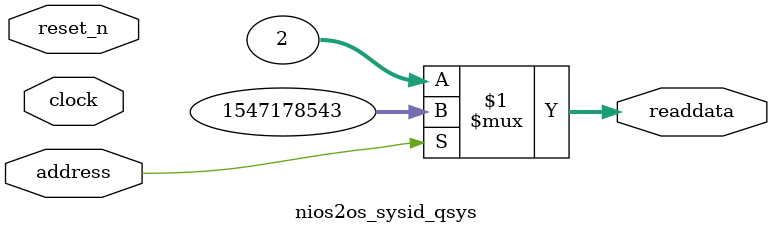
<source format=v>

`timescale 1ns / 1ps
// synthesis translate_on

// turn off superfluous verilog processor warnings 
// altera message_level Level1 
// altera message_off 10034 10035 10036 10037 10230 10240 10030 

module nios2os_sysid_qsys (
               // inputs:
                address,
                clock,
                reset_n,

               // outputs:
                readdata
             )
;

  output  [ 31: 0] readdata;
  input            address;
  input            clock;
  input            reset_n;

  wire    [ 31: 0] readdata;
  //control_slave, which is an e_avalon_slave
  assign readdata = address ? 1547178543 : 2;

endmodule




</source>
